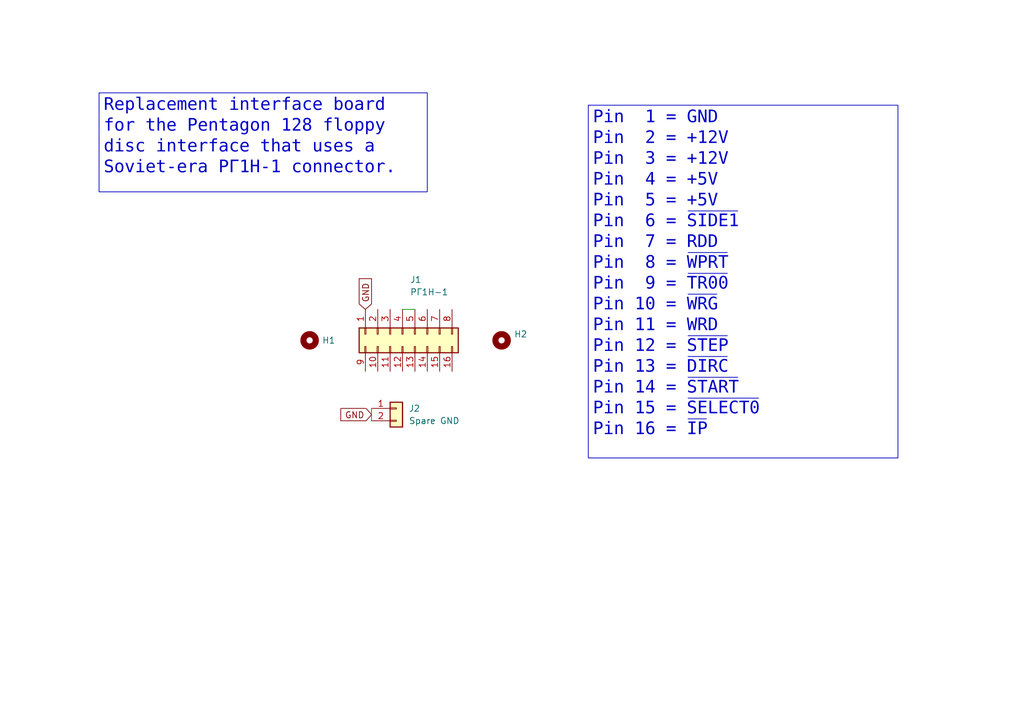
<source format=kicad_sch>
(kicad_sch (version 20250114) (generator "eeschema") (generator_version "9.0")
  (paper "A5")
  (title_block (title "Replacement РГ1Н-1 Connector") (date "29-Apr-2025") (rev "A") (company "Brett Hallen") (comment 1 "www.youtube.com/@Brfff"))
  (lib_symbols
    (symbol "Connector_Generic:Conn_01x02" (pin_names (offset 1.016) (hide yes))
      (property "Reference" "J" (at 0 2.54 0))
      (property "Value" "Conn_01x02" (at 0 -5.08 0))
      (symbol "Conn_01x02_1_1"
        (rectangle (start -1.27 1.27) (end 1.27 -3.81) (stroke (width 0.254)) (fill (type background)))
        (rectangle (start -1.27 0.127) (end 0 -0.127) (stroke (width 0.1524)))
        (rectangle (start -1.27 -2.413) (end 0 -2.667) (stroke (width 0.1524)))
        (pin passive line (at -5.08 0 0) (length 3.81) (name "Pin_1") (number "1"))
        (pin passive line (at -5.08 -2.54 0) (length 3.81) (name "Pin_2") (number "2"))
      )
    )
    (symbol "Connector_Generic:Conn_02x08_Top_Bottom" (pin_names (offset 1.016) (hide yes))
      (property "Reference" "J" (at 1.27 10.16 0))
      (property "Value" "Conn_02x08_Top_Bottom" (at 1.27 -12.7 0))
      (symbol "Conn_02x08_Top_Bottom_1_1"
        (rectangle (start -1.27 8.89) (end 3.81 -11.43) (stroke (width 0.254)) (fill (type background)))
        (rectangle (start -1.27 7.747) (end 0 7.493) (stroke (width 0.1524)))
        (rectangle (start -1.27 5.207) (end 0 4.953) (stroke (width 0.1524)))
        (rectangle (start -1.27 2.667) (end 0 2.413) (stroke (width 0.1524)))
        (rectangle (start -1.27 0.127) (end 0 -0.127) (stroke (width 0.1524)))
        (rectangle (start -1.27 -2.413) (end 0 -2.667) (stroke (width 0.1524)))
        (rectangle (start -1.27 -4.953) (end 0 -5.207) (stroke (width 0.1524)))
        (rectangle (start -1.27 -7.493) (end 0 -7.747) (stroke (width 0.1524)))
        (rectangle (start -1.27 -10.033) (end 0 -10.287) (stroke (width 0.1524)))
        (rectangle (start 3.81 7.747) (end 2.54 7.493) (stroke (width 0.1524)))
        (rectangle (start 3.81 5.207) (end 2.54 4.953) (stroke (width 0.1524)))
        (rectangle (start 3.81 2.667) (end 2.54 2.413) (stroke (width 0.1524)))
        (rectangle (start 3.81 0.127) (end 2.54 -0.127) (stroke (width 0.1524)))
        (rectangle (start 3.81 -2.413) (end 2.54 -2.667) (stroke (width 0.1524)))
        (rectangle (start 3.81 -4.953) (end 2.54 -5.207) (stroke (width 0.1524)))
        (rectangle (start 3.81 -7.493) (end 2.54 -7.747) (stroke (width 0.1524)))
        (rectangle (start 3.81 -10.033) (end 2.54 -10.287) (stroke (width 0.1524)))
        (pin passive line (at -5.08 7.62 0) (length 3.81) (name "Pin_1") (number "1"))
        (pin passive line (at -5.08 5.08 0) (length 3.81) (name "Pin_2") (number "2"))
        (pin passive line (at -5.08 2.54 0) (length 3.81) (name "Pin_3") (number "3"))
        (pin passive line (at -5.08 0 0) (length 3.81) (name "Pin_4") (number "4"))
        (pin passive line (at -5.08 -2.54 0) (length 3.81) (name "Pin_5") (number "5"))
        (pin passive line (at -5.08 -5.08 0) (length 3.81) (name "Pin_6") (number "6"))
        (pin passive line (at -5.08 -7.62 0) (length 3.81) (name "Pin_7") (number "7"))
        (pin passive line (at -5.08 -10.16 0) (length 3.81) (name "Pin_8") (number "8"))
        (pin passive line (at 7.62 7.62 180) (length 3.81) (name "Pin_9") (number "9"))
        (pin passive line (at 7.62 5.08 180) (length 3.81) (name "Pin_10") (number "10"))
        (pin passive line (at 7.62 2.54 180) (length 3.81) (name "Pin_11") (number "11"))
        (pin passive line (at 7.62 0 180) (length 3.81) (name "Pin_12") (number "12"))
        (pin passive line (at 7.62 -2.54 180) (length 3.81) (name "Pin_13") (number "13"))
        (pin passive line (at 7.62 -5.08 180) (length 3.81) (name "Pin_14") (number "14"))
        (pin passive line (at 7.62 -7.62 180) (length 3.81) (name "Pin_15") (number "15"))
        (pin passive line (at 7.62 -10.16 180) (length 3.81) (name "Pin_16") (number "16"))
      )
    )
    (symbol "Mechanical:MountingHole" (pin_names (offset 1.016)) (exclude_from_sim yes) (in_bom no)
      (property "Reference" "H" (at 0 5.08 0))
      (property "Value" "MountingHole" (at 0 3.175 0))
      (symbol "MountingHole_0_1"
        (circle (center 0 0) (radius 1.27) (stroke (width 1.27)))
      )
    )
  )
  (text_box "Replacement interface board for the Pentagon 128 floppy disc interface that uses a Soviet-era РГ1Н-1 connector." (at 20.32 19.05 0) (size 67.31 20.32) (margins 0.9525 0.9525 0.9525 0.9525) (effects (font (size 2.54 2.54)) (justify left top)))
  (text_box "Pin  1 = GND\nPin  2 = +12V\nPin  3 = +12V\nPin  4 = +5V\nPin  5 = +5V\nPin  6 = ~{SIDE1}\nPin  7 = RDD\nPin  8 = ~{WPRT}\nPin  9 = ~{TR00}\nPin 10 = ~{WRG}\nPin 11 = WRD\nPin 12 = ~{STEP}\nPin 13 = ~{DIRC}\nPin 14 = ~{START}\nPin 15 = ~{SELECT0}\nPin 16 = ~{IP}" (at 120.65 21.59 0) (size 63.5 72.39) (margins 0.9525 0.9525 0.9525 0.9525) (effects (font (size 2.54 2.54)) (justify left top)))
  (wire (pts (xy 76.2 83.82) (xy 76.2 86.36)))
  (wire (pts (xy 82.55 63.5) (xy 85.09 63.5)))
  (global_label "GND" (shape input) (at 74.93 63.5 90) (property "Intersheetrefs" "${INTERSHEET_REFS}" (effects (hide yes))))
  (global_label "GND" (shape input) (at 76.2 85.09 180) (property "Intersheetrefs" "${INTERSHEET_REFS}" (effects (hide yes))))
  (symbol (lib_id "Mechanical:MountingHole") (at 63.5 69.85 0) (unit 1) (exclude_from_sim yes) (in_bom no)
    (property "Reference" "H1" (at 66.04 69.8499 0) (effects (justify left)))
    (property "Value" "MountingHole" (effects (hide yes)))
    (property "Footprint" "MountingHole:MountingHole_3.2mm_M3" (effects (hide yes)))
    (property "Description" "Mounting Hole without connection" (effects (hide yes)))
  )
  (symbol (lib_id "Connector_Generic:Conn_01x02") (at 81.28 83.82 0) (unit 1)
    (property "Reference" "J2" (at 83.82 83.8199 0) (effects (justify left)))
    (property "Value" "Spare GND" (at 83.82 86.3599 0) (effects (justify left)))
    (property "Footprint" "Connector_PinHeader_2.54mm:PinHeader_1x02_P2.54mm_Vertical" (effects (hide yes)))
    (property "Description" "Generic connector, single row, 01x02, script generated (kicad-library-utils/schlib/autogen/connector/)" (effects (hide yes)))
  )
  (symbol (lib_id "Connector_Generic:Conn_02x08_Top_Bottom") (at 82.55 68.58 90) (mirror x) (unit 1)
    (property "Reference" "J1" (at 84.074 57.404 90) (effects (justify right)))
    (property "Value" "РГ1Н-1" (at 84.074 59.944 90) (effects (justify right)))
    (property "Footprint" "Connector_PinHeader_2.54mm:PinHeader_2x08_P2.54mm_Vertical" (effects (hide yes)))
    (property "Description" "Generic connector, double row, 02x08, top/bottom pin numbering scheme (row 1: 1...pins_per_row, row2: pins_per_row+1 ... num_pins), script generated (kicad-library-utils/schlib/autogen/connector/)" (effects (hide yes)))
  )
  (symbol (lib_id "Mechanical:MountingHole") (at 102.87 69.85 0) (unit 1) (exclude_from_sim yes) (in_bom no)
    (property "Reference" "H2" (at 105.41 68.5799 0) (effects (justify left)))
    (property "Value" "MountingHole" (effects (hide yes)))
    (property "Footprint" "MountingHole:MountingHole_3.2mm_M3" (effects (hide yes)))
    (property "Description" "Mounting Hole without connection" (effects (hide yes)))
  )
)
</source>
